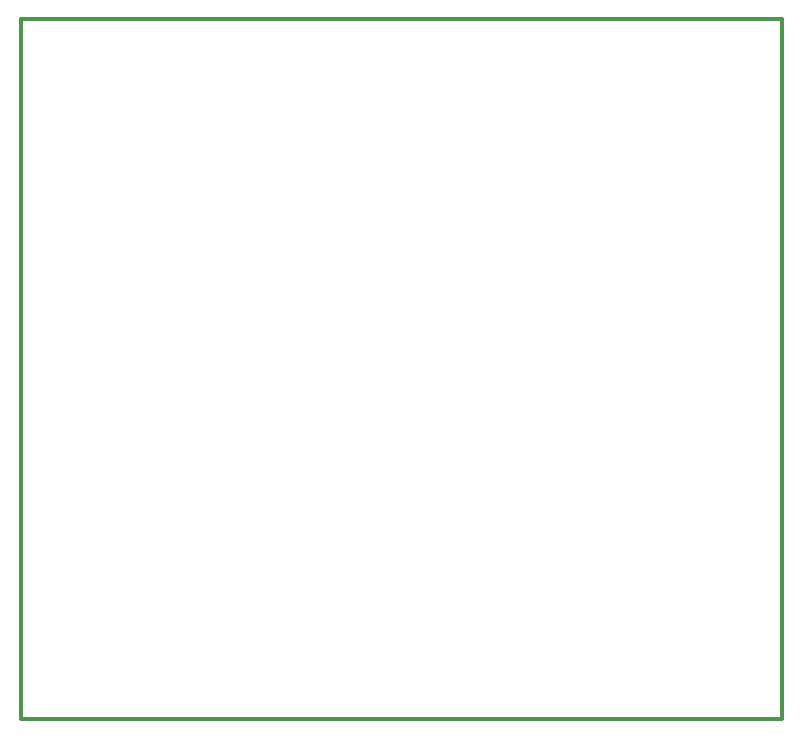
<source format=gbr>
G04 DesignSpark PCB Gerber Version 10.0 Build 5299*
G04 #@! TF.Part,Single*
%FSLAX35Y35*%
%MOIN*%
%ADD27C,0.01200*%
G04 #@! TD.AperFunction*
X0Y0D02*
D02*
D27*
X600Y600D02*
X254143D01*
Y233671D01*
X600D01*
Y600D01*
X0Y0D02*
M02*

</source>
